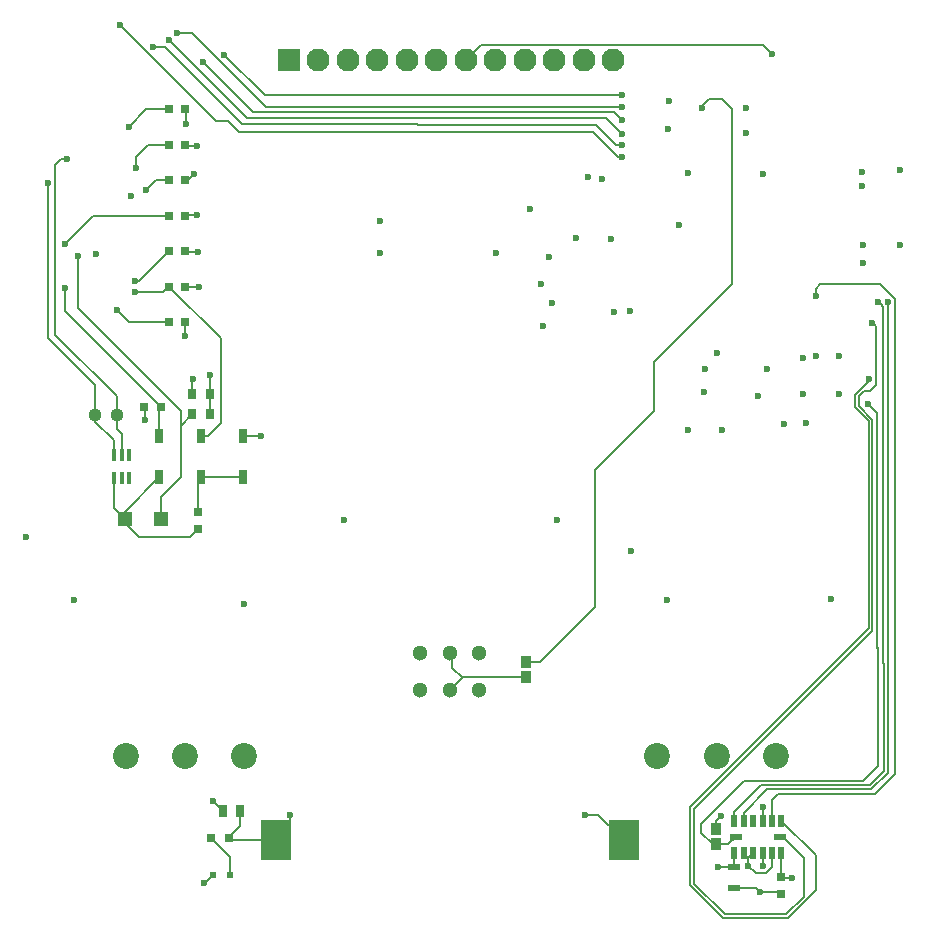
<source format=gbr>
%TF.GenerationSoftware,KiCad,Pcbnew,9.0.6*%
%TF.CreationDate,2025-12-08T21:47:25-05:00*%
%TF.ProjectId,electrical,656c6563-7472-4696-9361-6c2e6b696361,rev?*%
%TF.SameCoordinates,Original*%
%TF.FileFunction,Copper,L4,Bot*%
%TF.FilePolarity,Positive*%
%FSLAX46Y46*%
G04 Gerber Fmt 4.6, Leading zero omitted, Abs format (unit mm)*
G04 Created by KiCad (PCBNEW 9.0.6) date 2025-12-08 21:47:25*
%MOMM*%
%LPD*%
G01*
G04 APERTURE LIST*
G04 Aperture macros list*
%AMRoundRect*
0 Rectangle with rounded corners*
0 $1 Rounding radius*
0 $2 $3 $4 $5 $6 $7 $8 $9 X,Y pos of 4 corners*
0 Add a 4 corners polygon primitive as box body*
4,1,4,$2,$3,$4,$5,$6,$7,$8,$9,$2,$3,0*
0 Add four circle primitives for the rounded corners*
1,1,$1+$1,$2,$3*
1,1,$1+$1,$4,$5*
1,1,$1+$1,$6,$7*
1,1,$1+$1,$8,$9*
0 Add four rect primitives between the rounded corners*
20,1,$1+$1,$2,$3,$4,$5,0*
20,1,$1+$1,$4,$5,$6,$7,0*
20,1,$1+$1,$6,$7,$8,$9,0*
20,1,$1+$1,$8,$9,$2,$3,0*%
G04 Aperture macros list end*
%TA.AperFunction,ComponentPad*%
%ADD10C,2.200000*%
%TD*%
%TA.AperFunction,SMDPad,CuDef*%
%ADD11R,0.800000X1.150000*%
%TD*%
%TA.AperFunction,SMDPad,CuDef*%
%ADD12R,0.508000X1.117600*%
%TD*%
%TA.AperFunction,SMDPad,CuDef*%
%ADD13R,1.117600X0.508000*%
%TD*%
%TA.AperFunction,SMDPad,CuDef*%
%ADD14R,0.700000X0.700000*%
%TD*%
%TA.AperFunction,SMDPad,CuDef*%
%ADD15R,0.500000X0.600000*%
%TD*%
%TA.AperFunction,SMDPad,CuDef*%
%ADD16RoundRect,0.237500X-0.250000X-0.237500X0.250000X-0.237500X0.250000X0.237500X-0.250000X0.237500X0*%
%TD*%
%TA.AperFunction,SMDPad,CuDef*%
%ADD17R,0.950000X1.100000*%
%TD*%
%TA.AperFunction,SMDPad,CuDef*%
%ADD18R,1.300000X1.300000*%
%TD*%
%TA.AperFunction,SMDPad,CuDef*%
%ADD19R,0.650000X0.900000*%
%TD*%
%TA.AperFunction,SMDPad,CuDef*%
%ADD20R,2.600000X3.500000*%
%TD*%
%TA.AperFunction,SMDPad,CuDef*%
%ADD21R,0.800000X0.800000*%
%TD*%
%TA.AperFunction,SMDPad,CuDef*%
%ADD22R,0.450000X1.000000*%
%TD*%
%TA.AperFunction,ComponentPad*%
%ADD23C,1.300000*%
%TD*%
%TA.AperFunction,SMDPad,CuDef*%
%ADD24R,0.780000X0.990000*%
%TD*%
%TA.AperFunction,SMDPad,CuDef*%
%ADD25R,1.060000X0.490000*%
%TD*%
%TA.AperFunction,ComponentPad*%
%ADD26R,1.950000X1.950000*%
%TD*%
%TA.AperFunction,ComponentPad*%
%ADD27C,1.950000*%
%TD*%
%TA.AperFunction,ViaPad*%
%ADD28C,0.600000*%
%TD*%
%TA.AperFunction,Conductor*%
%ADD29C,0.200000*%
%TD*%
G04 APERTURE END LIST*
D10*
%TO.P,RV1,1,1*%
%TO.N,/Controls/POT_1*%
X141100000Y-125000000D03*
%TO.P,RV1,2,2*%
%TO.N,/Connectivity/GND*%
X136100000Y-125000000D03*
%TO.P,RV1,3,3*%
%TO.N,/Connectivity/3V0*%
X131100000Y-125000000D03*
%TD*%
%TO.P,RV2,1,1*%
%TO.N,/Controls/POT_2*%
X186100000Y-125000000D03*
%TO.P,RV2,2,2*%
%TO.N,/Connectivity/GND*%
X181100000Y-125000000D03*
%TO.P,RV2,3,3*%
%TO.N,/Connectivity/3V0*%
X176100000Y-125000000D03*
%TD*%
D11*
%TO.P,D2,1,K*%
%TO.N,Net-(D2-K)*%
X137430000Y-101380000D03*
%TO.P,D2,2,A*%
%TO.N,/Display/VGL*%
X137430000Y-97880000D03*
%TD*%
D12*
%TO.P,IC2,1,VDD_I/O*%
%TO.N,/Connectivity/3V0*%
X186600400Y-133200000D03*
%TO.P,IC2,2,GND_2*%
%TO.N,/Connectivity/GND*%
X185787600Y-133200000D03*
%TO.P,IC2,3,RESERVED_2*%
%TO.N,/Connectivity/3V0*%
X185000200Y-133200000D03*
%TO.P,IC2,4,GND_3*%
%TO.N,/Connectivity/GND*%
X184187400Y-133200000D03*
%TO.P,IC2,5,GND*%
X183400000Y-133200000D03*
%TO.P,IC2,6,VS*%
%TO.N,/Connectivity/3V0*%
X182587200Y-133200000D03*
D13*
%TO.P,IC2,7,~{CS}*%
%TO.N,/Controls/ADXL_CS*%
X182714200Y-131828400D03*
D12*
%TO.P,IC2,8,INT1*%
%TO.N,/Controls/ADXL_INT1*%
X182587200Y-130456800D03*
%TO.P,IC2,9,INT2*%
%TO.N,/Controls/ADXL_INT2*%
X183400000Y-130456800D03*
%TO.P,IC2,10,NC*%
%TO.N,unconnected-(IC2-NC-Pad10)*%
X184187400Y-130456800D03*
%TO.P,IC2,11,RESERVED*%
%TO.N,/Connectivity/3V0*%
X185000200Y-130456800D03*
%TO.P,IC2,12,SDO/ALT_ADDRESS*%
%TO.N,/Controls/ADXL_SDO*%
X185787600Y-130456800D03*
%TO.P,IC2,13,SDA/SDI/SDIO*%
%TO.N,/Controls/ADXL_SDI*%
X186600400Y-130456800D03*
D13*
%TO.P,IC2,14,SCL/SCLK*%
%TO.N,/Controls/ADXL_SCL*%
X186473400Y-131828400D03*
%TD*%
D14*
%TO.P,C27,1,1*%
%TO.N,/Display/VCOM*%
X134730000Y-88230000D03*
%TO.P,C27,2,2*%
%TO.N,/Connectivity/GND*%
X136130000Y-88230000D03*
%TD*%
D15*
%TO.P,R1,1,1*%
%TO.N,/Connectivity/GND*%
X138430000Y-135030000D03*
%TO.P,R1,2,2*%
%TO.N,Net-(LED1-K)*%
X139930000Y-135030000D03*
%TD*%
D11*
%TO.P,D1,1,K*%
%TO.N,/Display/VGH*%
X133930000Y-97880000D03*
%TO.P,D1,2,A*%
%TO.N,Net-(D1-A)*%
X133930000Y-101380000D03*
%TD*%
D16*
%TO.P,R7,1*%
%TO.N,/Display/RESE*%
X128505000Y-96130000D03*
%TO.P,R7,2*%
%TO.N,/Display/GDR*%
X130330000Y-96130000D03*
%TD*%
D17*
%TO.P,R3,1,1*%
%TO.N,Net-(S1-COM_1)*%
X164930000Y-118330000D03*
%TO.P,R3,2,2*%
%TO.N,/Processor/BOOT0*%
X164930000Y-117030000D03*
%TD*%
D14*
%TO.P,C31,1,1*%
%TO.N,/Connectivity/GND*%
X136130000Y-85230000D03*
%TO.P,C31,2,2*%
%TO.N,/Display/VGL*%
X134730000Y-85230000D03*
%TD*%
%TO.P,C8,1,1*%
%TO.N,/Connectivity/3V0*%
X134730000Y-73230000D03*
%TO.P,C8,2,2*%
%TO.N,/Connectivity/GND*%
X136130000Y-73230000D03*
%TD*%
D18*
%TO.P,L1,1,1*%
%TO.N,Net-(D1-A)*%
X131030000Y-104930000D03*
%TO.P,L1,2,2*%
%TO.N,/Connectivity/3V0*%
X134030000Y-104930000D03*
%TD*%
D17*
%TO.P,R4,1,1*%
%TO.N,/Connectivity/3V0*%
X181087600Y-131156800D03*
%TO.P,R4,2,2*%
%TO.N,/Controls/ADXL_CS*%
X181087600Y-132456800D03*
%TD*%
D19*
%TO.P,R8,1,1*%
%TO.N,/Connectivity/3V0*%
X136730000Y-96030000D03*
%TO.P,R8,2,2*%
%TO.N,/Display/1V8*%
X138180000Y-96030000D03*
%TD*%
D20*
%TO.P,BT1,1,+*%
%TO.N,/Connectivity/3V0*%
X143830000Y-132130000D03*
%TO.P,BT1,2,-*%
%TO.N,/Connectivity/GND*%
X173230000Y-132130000D03*
%TD*%
D11*
%TO.P,D3,1,K*%
%TO.N,/Connectivity/GND*%
X141030000Y-97880000D03*
%TO.P,D3,2,A*%
%TO.N,Net-(D2-K)*%
X141030000Y-101380000D03*
%TD*%
D21*
%TO.P,LED1,1,K*%
%TO.N,Net-(LED1-K)*%
X138330000Y-131930000D03*
%TO.P,LED1,2,A*%
%TO.N,/Connectivity/3V0*%
X139830000Y-131930000D03*
%TD*%
D14*
%TO.P,C26,1,1*%
%TO.N,/Display/VSL*%
X134730000Y-82230000D03*
%TO.P,C26,2,2*%
%TO.N,/Connectivity/GND*%
X136130000Y-82230000D03*
%TD*%
%TO.P,C30,1,1*%
%TO.N,/Connectivity/GND*%
X132630000Y-95430000D03*
%TO.P,C30,2,2*%
%TO.N,/Display/VGH*%
X134030000Y-95430000D03*
%TD*%
%TO.P,C29,1,1*%
%TO.N,Net-(D2-K)*%
X137230000Y-104330000D03*
%TO.P,C29,2,2*%
%TO.N,Net-(D1-A)*%
X137230000Y-105730000D03*
%TD*%
D22*
%TO.P,Q1,1,S1*%
%TO.N,/Display/RESE*%
X130080000Y-99530000D03*
%TO.P,Q1,2,G1*%
%TO.N,/Display/GDR*%
X130730000Y-99530000D03*
%TO.P,Q1,3,D2*%
%TO.N,unconnected-(Q1-D2-Pad3)*%
X131380000Y-99530000D03*
%TO.P,Q1,4,S2*%
%TO.N,unconnected-(Q1-S2-Pad4)*%
X131380000Y-101430000D03*
%TO.P,Q1,5,G2*%
%TO.N,unconnected-(Q1-G2-Pad5)*%
X130730000Y-101430000D03*
%TO.P,Q1,6,D1*%
%TO.N,Net-(D1-A)*%
X130080000Y-101430000D03*
%TD*%
D14*
%TO.P,C28,1,1*%
%TO.N,/Display/VSH2*%
X134730000Y-70230000D03*
%TO.P,C28,2,2*%
%TO.N,/Connectivity/GND*%
X136130000Y-70230000D03*
%TD*%
%TO.P,C25,1,1*%
%TO.N,/Display/VSH1*%
X134730000Y-79230000D03*
%TO.P,C25,2,2*%
%TO.N,/Connectivity/GND*%
X136130000Y-79230000D03*
%TD*%
%TO.P,C3,1,1*%
%TO.N,/Connectivity/3V0*%
X186587600Y-135256800D03*
%TO.P,C3,2,2*%
%TO.N,/Connectivity/GND*%
X186587600Y-136656800D03*
%TD*%
D23*
%TO.P,S1,A1,NC_1*%
%TO.N,unconnected-(S1-NC_1-PadA1)*%
X161030000Y-119430000D03*
%TO.P,S1,A2,COM_1*%
%TO.N,Net-(S1-COM_1)*%
X158530000Y-119430000D03*
%TO.P,S1,A3,NO_1*%
%TO.N,/Connectivity/3V0*%
X156030000Y-119430000D03*
%TO.P,S1,B1,NC_2*%
%TO.N,unconnected-(S1-NC_2-PadB1)*%
X161030000Y-116230000D03*
%TO.P,S1,B2,COM_2*%
%TO.N,Net-(S1-COM_1)*%
X158530000Y-116230000D03*
%TO.P,S1,B3,NO_2*%
%TO.N,/Connectivity/GND*%
X156030000Y-116230000D03*
%TD*%
D14*
%TO.P,C24,1,1*%
%TO.N,/Display/1V8*%
X134730000Y-76230000D03*
%TO.P,C24,2,2*%
%TO.N,/Connectivity/GND*%
X136130000Y-76230000D03*
%TD*%
D19*
%TO.P,R9,1,1*%
%TO.N,/Display/1V8*%
X138180000Y-94330000D03*
%TO.P,R9,2,2*%
%TO.N,/Connectivity/GND*%
X136730000Y-94330000D03*
%TD*%
D24*
%TO.P,C1,1,1*%
%TO.N,/Connectivity/3V0*%
X140730000Y-129630000D03*
%TO.P,C1,2,2*%
%TO.N,/Connectivity/GND*%
X139330000Y-129630000D03*
%TD*%
D25*
%TO.P,C7,1,1*%
%TO.N,/Connectivity/3V0*%
X182587600Y-134376800D03*
%TO.P,C7,2,2*%
%TO.N,/Connectivity/GND*%
X182587600Y-136136800D03*
%TD*%
D26*
%TO.P,U1,1,VIN*%
%TO.N,/Connectivity/3V0*%
X144870000Y-66030000D03*
D27*
%TO.P,U1,2,3V0_OUT*%
%TO.N,unconnected-(U1-3V0_OUT-Pad2)*%
X147370000Y-66030000D03*
%TO.P,U1,3,VSS*%
%TO.N,/Connectivity/GND*%
X149870000Y-66030000D03*
%TO.P,U1,4,SCK*%
%TO.N,/Connectivity/WIFI_SCK*%
X152370000Y-66030000D03*
%TO.P,U1,5,MISO*%
%TO.N,/Connectivity/WIFI_MISO*%
X154870000Y-66030000D03*
%TO.P,U1,6,MOSI*%
%TO.N,/Connectivity/WIFI_MOSI*%
X157370000Y-66030000D03*
%TO.P,U1,7,CS*%
%TO.N,/Connectivity/WIFI_CS*%
X159870000Y-66030000D03*
%TO.P,U1,8,BUSY*%
%TO.N,/Connectivity/WIFI_BUSY*%
X162370000Y-66030000D03*
%TO.P,U1,9,RESET*%
%TO.N,/Connectivity/WIFI_RESET*%
X164870000Y-66030000D03*
%TO.P,U1,10,GPIO_0*%
%TO.N,unconnected-(U1-GPIO_0-Pad10)*%
X167370000Y-66030000D03*
%TO.P,U1,11,UART_RX*%
%TO.N,unconnected-(U1-UART_RX-Pad11)*%
X169870000Y-66030000D03*
%TO.P,U1,12,UART_TX*%
%TO.N,unconnected-(U1-UART_TX-Pad12)*%
X172370000Y-66030000D03*
%TD*%
D28*
%TO.N,/Display/SCREEN_CS*%
X173130000Y-72330000D03*
X134730000Y-64330000D03*
%TO.N,/Display/SCREEN_D_C*%
X173130000Y-73230000D03*
X133430000Y-64930000D03*
%TO.N,/Display/SCREEN_RST*%
X173130000Y-69030000D03*
X139430000Y-65630000D03*
%TO.N,/Display/SCREEN_BUSY*%
X137630000Y-66230000D03*
X173130000Y-71130000D03*
%TO.N,/Display/1V8*%
X138180000Y-92730000D03*
X132830000Y-77030000D03*
%TO.N,/Display/VSH1*%
X125930000Y-81630000D03*
%TO.N,/Display/VSL*%
X131830000Y-84730000D03*
%TO.N,/Display/VCOM*%
X130330000Y-87230000D03*
%TO.N,/Display/VSH2*%
X131330000Y-71730000D03*
%TO.N,/Display/VGH*%
X125930000Y-85330000D03*
%TO.N,/Display/VGL*%
X131830000Y-85730000D03*
%TO.N,/Display/SCREEN_SCL*%
X135430000Y-63730000D03*
X173130000Y-70030000D03*
%TO.N,/Processor/BOOT0*%
X179830000Y-70130000D03*
%TO.N,/Connectivity/GND*%
X180000000Y-94200000D03*
X185000000Y-75700000D03*
X131500000Y-77600000D03*
X137100000Y-73300000D03*
X184800000Y-136500000D03*
X176900000Y-111800000D03*
X167600000Y-105000000D03*
X137300000Y-85300000D03*
X142500000Y-97900000D03*
X165300000Y-78700000D03*
X178700000Y-97400000D03*
X166900000Y-82700000D03*
X193500000Y-83200000D03*
X162400000Y-82400000D03*
X169200000Y-81100000D03*
X191500000Y-94300000D03*
X126700000Y-111800000D03*
X177900000Y-80000000D03*
X188700000Y-96800000D03*
X170000000Y-130000000D03*
X170200000Y-76000000D03*
X152600000Y-82400000D03*
X178700000Y-75600000D03*
X167200000Y-86600000D03*
X188400000Y-94300000D03*
X196600000Y-81700000D03*
X136100000Y-89400000D03*
X137700000Y-135700000D03*
X136800000Y-93100000D03*
X137200000Y-82300000D03*
X189500000Y-91100000D03*
X196600000Y-75400000D03*
X172400000Y-87400000D03*
X136900000Y-75700000D03*
X184600000Y-94500000D03*
X181100000Y-90900000D03*
X132700000Y-96500000D03*
X193400000Y-76700000D03*
X166400000Y-88600000D03*
X177100000Y-69500000D03*
X138500000Y-128800000D03*
X141100000Y-112100000D03*
X136200000Y-71500000D03*
X190800000Y-111700000D03*
X166200000Y-85000000D03*
X183600000Y-70100000D03*
X183800000Y-134300000D03*
X149600000Y-105000000D03*
X128600000Y-82500000D03*
X137100000Y-79200000D03*
%TO.N,/Controls/ADXL_SDO*%
X189500000Y-86000000D03*
%TO.N,/Controls/ADXL_CS*%
X193950000Y-95150000D03*
%TO.N,/Controls/ADXL_INT2*%
X195600000Y-86500000D03*
%TO.N,/Controls/ADXL_SDI*%
X194000000Y-93050000D03*
%TO.N,/Controls/ADXL_SCL*%
X194300000Y-88300000D03*
%TO.N,/Controls/ADXL_INT1*%
X194800000Y-86500000D03*
%TO.N,/Connectivity/3V0*%
X180100000Y-92200000D03*
X171400000Y-76100000D03*
X186800000Y-96900000D03*
X122600000Y-106400000D03*
X188400000Y-91300000D03*
X193400000Y-75500000D03*
X131930000Y-75230000D03*
X173800000Y-87300000D03*
X152600000Y-79700000D03*
X193500000Y-81700000D03*
X185400000Y-92200000D03*
X172200000Y-81200000D03*
X173900000Y-107600000D03*
X183600000Y-72200000D03*
X181600000Y-97400000D03*
X185000000Y-134300000D03*
X177000000Y-71900000D03*
X181500000Y-130100000D03*
X187500000Y-135300000D03*
X191500000Y-91100000D03*
X181200000Y-134400000D03*
X145000000Y-130000000D03*
X127030000Y-82630000D03*
X185000000Y-129300000D03*
%TO.N,/Display/SCREEN_SDA*%
X130630000Y-63130000D03*
X173130000Y-74230000D03*
%TO.N,/Display/GDR*%
X126130000Y-74430000D03*
%TO.N,/Display/RESE*%
X124530000Y-76430000D03*
%TO.N,/Connectivity/WIFI_CS*%
X185830000Y-65530000D03*
%TD*%
D29*
%TO.N,/Display/SCREEN_CS*%
X141330000Y-70930000D02*
X134730000Y-64330000D01*
X173130000Y-72330000D02*
X171730000Y-70930000D01*
X171730000Y-70930000D02*
X170030000Y-70930000D01*
X170030000Y-70930000D02*
X141330000Y-70930000D01*
%TO.N,/Display/SCREEN_D_C*%
X134430000Y-64930000D02*
X134030000Y-64930000D01*
X155730000Y-71430000D02*
X140930000Y-71430000D01*
X173130000Y-73230000D02*
X172630000Y-73230000D01*
X140530000Y-71030000D02*
X134430000Y-64930000D01*
X170930000Y-71530000D02*
X155830000Y-71530000D01*
X140930000Y-71430000D02*
X140530000Y-71030000D01*
X134030000Y-64930000D02*
X133430000Y-64930000D01*
X172630000Y-73230000D02*
X170930000Y-71530000D01*
X155830000Y-71530000D02*
X155730000Y-71430000D01*
%TO.N,/Display/SCREEN_RST*%
X139430000Y-65630000D02*
X142830000Y-69030000D01*
X142830000Y-69030000D02*
X173130000Y-69030000D01*
%TO.N,/Display/SCREEN_BUSY*%
X137630000Y-66230000D02*
X141830000Y-70430000D01*
X172430000Y-70430000D02*
X173130000Y-71130000D01*
X141830000Y-70430000D02*
X172430000Y-70430000D01*
%TO.N,/Display/1V8*%
X133630000Y-76230000D02*
X132830000Y-77030000D01*
X138180000Y-94330000D02*
X138180000Y-92730000D01*
X138180000Y-96030000D02*
X138180000Y-94330000D01*
X138180000Y-92730000D02*
X138180000Y-92680000D01*
X134730000Y-76230000D02*
X133630000Y-76230000D01*
%TO.N,/Display/VSH1*%
X125930000Y-81630000D02*
X128330000Y-79230000D01*
X128330000Y-79230000D02*
X134730000Y-79230000D01*
%TO.N,/Display/VSL*%
X132230000Y-84730000D02*
X132130000Y-84730000D01*
X134730000Y-82230000D02*
X132230000Y-84730000D01*
X132230000Y-84730000D02*
X131830000Y-84730000D01*
%TO.N,/Display/VCOM*%
X134730000Y-88230000D02*
X131330000Y-88230000D01*
X131330000Y-88230000D02*
X130330000Y-87230000D01*
%TO.N,/Display/VSH2*%
X132830000Y-70230000D02*
X134730000Y-70230000D01*
X131330000Y-71730000D02*
X132830000Y-70230000D01*
%TO.N,Net-(D2-K)*%
X141030000Y-101380000D02*
X137430000Y-101380000D01*
X137230000Y-104330000D02*
X137230000Y-101580000D01*
X137230000Y-101580000D02*
X137430000Y-101380000D01*
%TO.N,Net-(D1-A)*%
X131030000Y-104930000D02*
X130080000Y-103980000D01*
X130080000Y-103980000D02*
X130080000Y-101430000D01*
X132230000Y-106430000D02*
X131030000Y-105230000D01*
X137230000Y-105730000D02*
X136530000Y-106430000D01*
X136530000Y-106430000D02*
X132230000Y-106430000D01*
X131030000Y-105230000D02*
X131030000Y-104930000D01*
X131030000Y-104930000D02*
X131030000Y-104280000D01*
X131030000Y-104280000D02*
X133930000Y-101380000D01*
%TO.N,/Display/VGH*%
X125930000Y-86930000D02*
X125930000Y-85330000D01*
X133930000Y-95530000D02*
X134030000Y-95430000D01*
X134030000Y-95430000D02*
X125930000Y-87330000D01*
X125930000Y-87330000D02*
X125930000Y-86930000D01*
X133930000Y-97880000D02*
X133930000Y-95530000D01*
%TO.N,/Display/VGL*%
X134730000Y-85230000D02*
X134230000Y-85730000D01*
X139130000Y-96780000D02*
X139130000Y-89630000D01*
X137430000Y-97880000D02*
X138030000Y-97880000D01*
X138030000Y-97880000D02*
X139130000Y-96780000D01*
X134230000Y-85730000D02*
X131830000Y-85730000D01*
X139130000Y-89630000D02*
X134730000Y-85230000D01*
%TO.N,/Display/SCREEN_SCL*%
X173130000Y-70030000D02*
X142980056Y-70030000D01*
X136680056Y-63730000D02*
X135430000Y-63730000D01*
X142980056Y-70030000D02*
X136680056Y-63730000D01*
%TO.N,/Processor/BOOT0*%
X182430000Y-85030000D02*
X175830000Y-91630000D01*
X182430000Y-70230000D02*
X182430000Y-85030000D01*
X175830000Y-91630000D02*
X175830000Y-95730000D01*
X166130000Y-117030000D02*
X164930000Y-117030000D01*
X179830000Y-69930000D02*
X180430000Y-69330000D01*
X170830000Y-100730000D02*
X170830000Y-112330000D01*
X175830000Y-95730000D02*
X170830000Y-100730000D01*
X170830000Y-112330000D02*
X166130000Y-117030000D01*
X180430000Y-69330000D02*
X181530000Y-69330000D01*
X181530000Y-69330000D02*
X182430000Y-70230000D01*
X179830000Y-70130000D02*
X179830000Y-69930000D01*
%TO.N,/Connectivity/GND*%
X137200000Y-82300000D02*
X136200000Y-82300000D01*
X185787600Y-134362343D02*
X185248943Y-134901000D01*
X136160000Y-79200000D02*
X136130000Y-79230000D01*
X137230000Y-85230000D02*
X137300000Y-85300000D01*
X183800000Y-134300000D02*
X183800000Y-133587400D01*
X136730000Y-93170000D02*
X136800000Y-93100000D01*
X136100000Y-89400000D02*
X136100000Y-88260000D01*
X136200000Y-73300000D02*
X136130000Y-73230000D01*
X184401000Y-134901000D02*
X183800000Y-134300000D01*
X136200000Y-82300000D02*
X136130000Y-82230000D01*
X183800000Y-134300000D02*
X183800000Y-133600000D01*
X186430800Y-136500000D02*
X186587600Y-136656800D01*
X141050000Y-97900000D02*
X141030000Y-97880000D01*
X136200000Y-71500000D02*
X136200000Y-70300000D01*
X136100000Y-88260000D02*
X136130000Y-88230000D01*
X137700000Y-135700000D02*
X137760000Y-135700000D01*
X183800000Y-133587400D02*
X184187400Y-133200000D01*
X138500000Y-128800000D02*
X139330000Y-129630000D01*
X142500000Y-97900000D02*
X141050000Y-97900000D01*
X184436800Y-136136800D02*
X184800000Y-136500000D01*
X185248943Y-134901000D02*
X184401000Y-134901000D01*
X137100000Y-73300000D02*
X136200000Y-73300000D01*
X136130000Y-76230000D02*
X136370000Y-76230000D01*
X132700000Y-96500000D02*
X132700000Y-95500000D01*
X136200000Y-70300000D02*
X136130000Y-70230000D01*
X137100000Y-79200000D02*
X136160000Y-79200000D01*
X183800000Y-133600000D02*
X183400000Y-133200000D01*
X137760000Y-135700000D02*
X138430000Y-135030000D01*
X173230000Y-132130000D02*
X171100000Y-130000000D01*
X136130000Y-85230000D02*
X137230000Y-85230000D01*
X171100000Y-130000000D02*
X170000000Y-130000000D01*
X184800000Y-136500000D02*
X186430800Y-136500000D01*
X132700000Y-95500000D02*
X132630000Y-95430000D01*
X185787600Y-133200000D02*
X185787600Y-134362343D01*
X136730000Y-94330000D02*
X136730000Y-93170000D01*
X182587600Y-136136800D02*
X184436800Y-136136800D01*
X136370000Y-76230000D02*
X136900000Y-75700000D01*
%TO.N,/Controls/ADXL_SDO*%
X194949943Y-85000000D02*
X189900000Y-85000000D01*
X185787600Y-130456800D02*
X185787600Y-128712400D01*
X196201000Y-86251057D02*
X194949943Y-85000000D01*
X189900000Y-85000000D02*
X189500000Y-85400000D01*
X186300000Y-128200000D02*
X194500000Y-128200000D01*
X194500000Y-128200000D02*
X196201000Y-126499000D01*
X185787600Y-128712400D02*
X186300000Y-128200000D01*
X189500000Y-85400000D02*
X189500000Y-86000000D01*
X196201000Y-126499000D02*
X196201000Y-86251057D01*
%TO.N,/Controls/ADXL_CS*%
X193950000Y-95150000D02*
X194700000Y-95900000D01*
X181087600Y-132456800D02*
X180760600Y-132456800D01*
X182085800Y-132456800D02*
X182714200Y-131828400D01*
X194800000Y-115800000D02*
X194700000Y-115700000D01*
X194800000Y-125800000D02*
X194800000Y-115800000D01*
X179800000Y-130700000D02*
X183400000Y-127100000D01*
X194700000Y-95900000D02*
X194700000Y-115700000D01*
X183400000Y-127100000D02*
X193500000Y-127100000D01*
X193500000Y-127100000D02*
X194800000Y-125800000D01*
X180760600Y-132456800D02*
X179800000Y-131496200D01*
X194700000Y-115700000D02*
X194700000Y-115800000D01*
X179800000Y-131496200D02*
X179800000Y-130700000D01*
X181087600Y-132456800D02*
X182085800Y-132456800D01*
%TO.N,/Controls/ADXL_INT2*%
X194200000Y-127800000D02*
X195600000Y-126400000D01*
X183400000Y-129800000D02*
X185400000Y-127800000D01*
X183400000Y-130456800D02*
X183400000Y-129800000D01*
X185400000Y-127800000D02*
X194200000Y-127800000D01*
X195600000Y-126400000D02*
X195600000Y-86500000D01*
%TO.N,/Controls/ADXL_SDI*%
X192800000Y-95463862D02*
X193973000Y-96636862D01*
X181664138Y-138728000D02*
X187135862Y-138728000D01*
X192800000Y-94400000D02*
X192800000Y-95463862D01*
X193973000Y-114177000D02*
X178872000Y-129278000D01*
X189500000Y-136363862D02*
X189500000Y-133356400D01*
X178872000Y-129278000D02*
X178872000Y-135935862D01*
X194000000Y-93200000D02*
X192800000Y-94400000D01*
X194000000Y-93050000D02*
X194000000Y-93200000D01*
X178872000Y-135935862D02*
X181664138Y-138728000D01*
X189500000Y-133356400D02*
X186600400Y-130456800D01*
X193973000Y-96636862D02*
X193973000Y-114177000D01*
X187135862Y-138728000D02*
X189500000Y-136363862D01*
%TO.N,/Controls/ADXL_SCL*%
X194301000Y-114399000D02*
X179200000Y-129500000D01*
X179200000Y-135800000D02*
X181800000Y-138400000D01*
X194099000Y-94101000D02*
X193562862Y-94101000D01*
X193128000Y-94535862D02*
X193128000Y-95328000D01*
X194600000Y-93600000D02*
X194099000Y-94101000D01*
X179200000Y-129500000D02*
X179200000Y-135800000D01*
X188500000Y-136900000D02*
X188500000Y-133600000D01*
X193562862Y-94101000D02*
X193128000Y-94535862D01*
X186728400Y-131828400D02*
X186473400Y-131828400D01*
X181800000Y-138400000D02*
X187000000Y-138400000D01*
X188500000Y-133600000D02*
X186728400Y-131828400D01*
X194301000Y-96501000D02*
X194301000Y-114399000D01*
X194300000Y-88300000D02*
X194600000Y-88600000D01*
X187000000Y-138400000D02*
X188500000Y-136900000D01*
X194600000Y-88600000D02*
X194600000Y-93600000D01*
X193128000Y-95328000D02*
X194301000Y-96501000D01*
%TO.N,/Controls/ADXL_INT1*%
X182587200Y-130456800D02*
X182587200Y-129712800D01*
X194064138Y-127472000D02*
X195272000Y-126264138D01*
X195272000Y-126264138D02*
X195272000Y-117172000D01*
X195200000Y-117100000D02*
X195200000Y-86949943D01*
X184828000Y-127472000D02*
X194064138Y-127472000D01*
X194999000Y-86699000D02*
X194800000Y-86500000D01*
X182587200Y-129712800D02*
X184828000Y-127472000D01*
X195200000Y-86949943D02*
X194999000Y-86748943D01*
X194999000Y-86748943D02*
X194999000Y-86699000D01*
X195272000Y-117172000D02*
X195200000Y-117100000D01*
%TO.N,/Connectivity/3V0*%
X134030000Y-103030000D02*
X135730000Y-101330000D01*
X186630800Y-135300000D02*
X186587600Y-135256800D01*
X131930000Y-74230000D02*
X132930000Y-73230000D01*
X185000000Y-133200200D02*
X185000200Y-133200000D01*
X181087600Y-130512400D02*
X181500000Y-130100000D01*
X145000000Y-130000000D02*
X145000000Y-130960000D01*
X135730000Y-97030000D02*
X135730000Y-95730000D01*
X185000200Y-130456800D02*
X185000200Y-129300200D01*
X135730000Y-97330000D02*
X135730000Y-97030000D01*
X135730000Y-97030000D02*
X136730000Y-96030000D01*
X135730000Y-101330000D02*
X135730000Y-97330000D01*
X185000000Y-134300000D02*
X185000000Y-133200200D01*
X132930000Y-73230000D02*
X134730000Y-73230000D01*
X182564400Y-134400000D02*
X182587600Y-134376800D01*
X182587600Y-134376800D02*
X182587600Y-133200400D01*
X135730000Y-95730000D02*
X133330000Y-93330000D01*
X145000000Y-130960000D02*
X143830000Y-132130000D01*
X186587600Y-133212800D02*
X186600400Y-133200000D01*
X143830000Y-132130000D02*
X140030000Y-132130000D01*
X131930000Y-75230000D02*
X131930000Y-74230000D01*
X139830000Y-131830000D02*
X140730000Y-130930000D01*
X181087600Y-131156800D02*
X181087600Y-130512400D01*
X134030000Y-104930000D02*
X134030000Y-103030000D01*
X181200000Y-134400000D02*
X182564400Y-134400000D01*
X140030000Y-132130000D02*
X139830000Y-131930000D01*
X186587600Y-135256800D02*
X186587600Y-133212800D01*
X140730000Y-130930000D02*
X140730000Y-129630000D01*
X182587600Y-133200400D02*
X182587200Y-133200000D01*
X127030000Y-86830000D02*
X127030000Y-82630000D01*
X187500000Y-135300000D02*
X186630800Y-135300000D01*
X133330000Y-93330000D02*
X127030000Y-87030000D01*
X139830000Y-131930000D02*
X139830000Y-131830000D01*
X127030000Y-87030000D02*
X127030000Y-86830000D01*
X185000200Y-129300200D02*
X185000000Y-129300000D01*
%TO.N,/Display/SCREEN_SDA*%
X138730000Y-71230000D02*
X130630000Y-63130000D01*
X170630000Y-72130000D02*
X140630000Y-72130000D01*
X173130000Y-74230000D02*
X172730000Y-74230000D01*
X139730000Y-71230000D02*
X138730000Y-71230000D01*
X172730000Y-74230000D02*
X170630000Y-72130000D01*
X140630000Y-72130000D02*
X139730000Y-71230000D01*
%TO.N,/Display/GDR*%
X130730000Y-99530000D02*
X130730000Y-97730000D01*
X125630000Y-74430000D02*
X125830000Y-74430000D01*
X130330000Y-94530000D02*
X125130000Y-89330000D01*
X130330000Y-96130000D02*
X130330000Y-94530000D01*
X130330000Y-97330000D02*
X130330000Y-96130000D01*
X125130000Y-89330000D02*
X125130000Y-74930000D01*
X130730000Y-97730000D02*
X130330000Y-97330000D01*
X125830000Y-74430000D02*
X126130000Y-74430000D01*
X125130000Y-74930000D02*
X125630000Y-74430000D01*
%TO.N,/Display/RESE*%
X124530000Y-76430000D02*
X124530000Y-89630000D01*
X124530000Y-89630000D02*
X128505000Y-93605000D01*
X128505000Y-96680000D02*
X128505000Y-96130000D01*
X130080000Y-99530000D02*
X130080000Y-98255000D01*
X128505000Y-93605000D02*
X128505000Y-96130000D01*
X130080000Y-98255000D02*
X128505000Y-96680000D01*
%TO.N,Net-(LED1-K)*%
X139930000Y-133530000D02*
X138330000Y-131930000D01*
X139930000Y-135030000D02*
X139930000Y-133530000D01*
%TO.N,Net-(S1-COM_1)*%
X158730000Y-117530000D02*
X158730000Y-116430000D01*
X159630000Y-118330000D02*
X158530000Y-119430000D01*
X159530000Y-118330000D02*
X158730000Y-117530000D01*
X159630000Y-118330000D02*
X159530000Y-118330000D01*
X158730000Y-116430000D02*
X158530000Y-116230000D01*
X164930000Y-118330000D02*
X159630000Y-118330000D01*
%TO.N,/Connectivity/WIFI_CS*%
X161146000Y-64754000D02*
X159870000Y-66030000D01*
X185830000Y-65530000D02*
X185054000Y-64754000D01*
X185054000Y-64754000D02*
X161146000Y-64754000D01*
%TD*%
M02*

</source>
